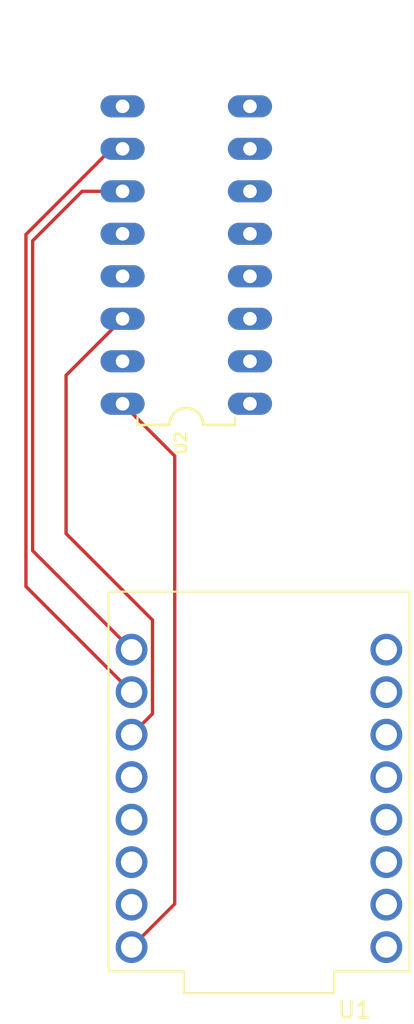
<source format=kicad_pcb>
(kicad_pcb (version 20240108) (generator "pcbnew") (generator_version "8.0")
  (layers (0 "F.Cu" signal) (31 "B.Cu" signal) (34 "B.Paste" user) (35 "F.Paste" user) (36 "B.SilkS" user "B.Silkscreen") (37 "F.SilkS" user "F.Silkscreen") (38 "B.Mask" user) (39 "F.Mask" user) (44 "Edge.Cuts" user))
  (net 0 "")
  (net 6 "GND")
  (net 7 "Net-(U1-GPIO0)")
  (net 8 "+5V")
  (net 9 "Net-(U1-GPIO1)")
  (net 13 "Net-(U1-GPIO2)")
  (footprint "footprints:DIP16-2.54-20.32X5.84MM" (layer "F.Cu") (at 85.19 84.85 90)
    (property "Reference" "U2" (at -11.240957 -0.317545 -90) (layer "F.SilkS") (effects (font (size 0.70009 0.70009))))
    (property "Value" "LOGIC-74HC595N_DIP16_")
    (property "VALUE" "74HC595N-DIP16" (hide yes))
    (fp_line (start -10.16 -2.921) (end -9.7 -2.921) (stroke (width 0.127)) (layer "F.SilkS"))
    (fp_line (start -10.16 -2.921) (end -10.16 -1.016) (stroke (width 0.1524)) (layer "F.SilkS"))
    (fp_line (start -10.16 2.921) (end -10.16 1.016) (stroke (width 0.1524)) (layer "F.SilkS"))
    (fp_line (start -10.16 2.921) (end -9.7 2.921) (stroke (width 0.127)) (layer "F.SilkS"))
    (fp_arc (start -10.16 -1.016) (mid -9.144 0) (end -10.16 1.016) (stroke (width 0.1524)) (layer "F.SilkS"))
    (pad "1" thru_hole oval (at -8.89 3.81 90) (size 1.3208 2.6416) (drill 0.8128) (layers "*.Cu" "*.Mask"))
    (pad "2" thru_hole oval (at -6.35 3.81 90) (size 1.3208 2.6416) (drill 0.8128) (layers "*.Cu" "*.Mask"))
    (pad "3" thru_hole oval (at -3.81 3.81 90) (size 1.3208 2.6416) (drill 0.8128) (layers "*.Cu" "*.Mask"))
    (pad "4" thru_hole oval (at -1.27 3.81 90) (size 1.3208 2.6416) (drill 0.8128) (layers "*.Cu" "*.Mask"))
    (pad "5" thru_hole oval (at 1.27 3.81 90) (size 1.3208 2.6416) (drill 0.8128) (layers "*.Cu" "*.Mask"))
    (pad "6" thru_hole oval (at 3.81 3.81 90) (size 1.3208 2.6416) (drill 0.8128) (layers "*.Cu" "*.Mask"))
    (pad "7" thru_hole oval (at 6.35 3.81 90) (size 1.3208 2.6416) (drill 0.8128) (layers "*.Cu" "*.Mask"))
    (pad "8" thru_hole oval (at 8.89 3.81 90) (size 1.3208 2.6416) (drill 0.8128) (layers "*.Cu" "*.Mask") (net 6 "GND"))
    (pad "9" thru_hole oval (at 8.89 -3.81 90) (size 1.3208 2.6416) (drill 0.8128) (layers "*.Cu" "*.Mask"))
    (pad "10" thru_hole oval (at 6.35 -3.81 90) (size 1.3208 2.6416) (drill 0.8128) (layers "*.Cu" "*.Mask") (net 9 "Net-(U1-GPIO1)"))
    (pad "11" thru_hole oval (at 3.81 -3.81 90) (size 1.3208 2.6416) (drill 0.8128) (layers "*.Cu" "*.Mask") (net 7 "Net-(U1-GPIO0)"))
    (pad "12" thru_hole oval (at 1.27 -3.81 90) (size 1.3208 2.6416) (drill 0.8128) (layers "*.Cu" "*.Mask"))
    (pad "13" thru_hole oval (at -1.27 -3.81 90) (size 1.3208 2.6416) (drill 0.8128) (layers "*.Cu" "*.Mask"))
    (pad "14" thru_hole oval (at -3.81 -3.81 90) (size 1.3208 2.6416) (drill 0.8128) (layers "*.Cu" "*.Mask") (net 13 "Net-(U1-GPIO2)"))
    (pad "15" thru_hole oval (at -6.35 -3.81 90) (size 1.3208 2.6416) (drill 0.8128) (layers "*.Cu" "*.Mask"))
    (pad "16" thru_hole oval (at -8.89 -3.81 90) (size 1.3208 2.6416) (drill 0.8128) (layers "*.Cu" "*.Mask") (net 8 "+5V"))
  )
  (footprint "footprints:MODULE_ESP32-C3_SUPERMINI" (layer "F.Cu") (at 89.5388 116.32 180)
    (property "Reference" "U1" (at -5.715 -13.6525 180) (layer "F.SilkS"))
    (property "Value" "ESP32-C3_SUPERMINI")
    (fp_line (start 9 11.35) (end 9 -11.35) (stroke (width 0.127)) (layer "F.SilkS"))
    (fp_line (start 9 11.35) (end -9 11.35) (stroke (width 0.127)) (layer "F.SilkS"))
    (fp_line (start 9 -11.35) (end 4.5 -11.35) (stroke (width 0.127)) (layer "F.SilkS"))
    (fp_line (start 4.5 -12.65) (end 4.5 -11.35) (stroke (width 0.127)) (layer "F.SilkS"))
    (fp_line (start 4.5 -12.65) (end -4.5 -12.65) (stroke (width 0.127)) (layer "F.SilkS"))
    (fp_line (start -4.5 -11.35) (end -9 -11.35) (stroke (width 0.127)) (layer "F.SilkS"))
    (fp_line (start -4.5 -12.65) (end -4.5 -11.35) (stroke (width 0.127)) (layer "F.SilkS"))
    (fp_line (start -9 11.35) (end -9 -11.35) (stroke (width 0.127)) (layer "F.SilkS"))
    (pad "0" thru_hole circle (at 7.62 7.88 180) (size 1.905 1.905) (drill 1.27) (layers "*.Cu" "*.Mask") (net 7 "Net-(U1-GPIO0)"))
    (pad "1" thru_hole circle (at 7.62 5.34 180) (size 1.905 1.905) (drill 1.27) (layers "*.Cu" "*.Mask") (net 9 "Net-(U1-GPIO1)"))
    (pad "2" thru_hole circle (at 7.62 2.8 180) (size 1.905 1.905) (drill 1.27) (layers "*.Cu" "*.Mask") (net 13 "Net-(U1-GPIO2)"))
    (pad "3" thru_hole circle (at 7.62 0.26 180) (size 1.905 1.905) (drill 1.27) (layers "*.Cu" "*.Mask"))
    (pad "3.3" thru_hole circle (at 7.62 -4.82 180) (size 1.905 1.905) (drill 1.27) (layers "*.Cu" "*.Mask"))
    (pad "4" thru_hole circle (at 7.62 -2.28 180) (size 1.905 1.905) (drill 1.27) (layers "*.Cu" "*.Mask"))
    (pad "5" thru_hole circle (at -7.62 -9.9 180) (size 1.905 1.905) (drill 1.27) (layers "*.Cu" "*.Mask"))
    (pad "5V" thru_hole circle (at 7.62 -9.9 180) (size 1.905 1.905) (drill 1.27) (layers "*.Cu" "*.Mask") (net 8 "+5V"))
    (pad "6" thru_hole circle (at -7.62 -7.36 180) (size 1.905 1.905) (drill 1.27) (layers "*.Cu" "*.Mask"))
    (pad "7" thru_hole circle (at -7.62 -4.82 180) (size 1.905 1.905) (drill 1.27) (layers "*.Cu" "*.Mask"))
    (pad "8" thru_hole circle (at -7.62 -2.28 180) (size 1.905 1.905) (drill 1.27) (layers "*.Cu" "*.Mask"))
    (pad "9" thru_hole circle (at -7.62 0.26 180) (size 1.905 1.905) (drill 1.27) (layers "*.Cu" "*.Mask"))
    (pad "10" thru_hole circle (at -7.62 2.8 180) (size 1.905 1.905) (drill 1.27) (layers "*.Cu" "*.Mask"))
    (pad "20" thru_hole circle (at -7.62 5.34 180) (size 1.905 1.905) (drill 1.27) (layers "*.Cu" "*.Mask"))
    (pad "21" thru_hole circle (at -7.62 7.88 180) (size 1.905 1.905) (drill 1.27) (layers "*.Cu" "*.Mask"))
    (pad "G" thru_hole circle (at 7.62 -7.36 180) (size 1.905 1.905) (drill 1.27) (layers "*.Cu" "*.Mask") (net 6 "GND"))
  )
  (segment (start 76 102.5212) (end 76 84) (width 0.2) (layer "F.Cu") (net 7))
  (segment (start 81.9188 108.44) (end 76 102.5212) (width 0.2) (layer "F.Cu") (net 7))
  (segment (start 78.96 81.04) (end 81.38 81.04) (width 0.2) (layer "F.Cu") (net 7))
  (segment (start 76 84) (end 78.96 81.04) (width 0.2) (layer "F.Cu") (net 7))
  (segment (start 84.5 123.6388) (end 81.9188 126.22) (width 0.2) (layer "F.Cu") (net 8))
  (segment (start 81.38 93.74) (end 84.5 96.86) (width 0.2) (layer "F.Cu") (net 8))
  (segment (start 84.5 96.86) (end 84.5 123.6388) (width 0.2) (layer "F.Cu") (net 8))
  (segment (start 75.6 104.6612) (end 75.6 83.6196) (width 0.2) (layer "F.Cu") (net 9))
  (segment (start 81.9188 110.98) (end 75.6 104.6612) (width 0.2) (layer "F.Cu") (net 9))
  (segment (start 75.6 83.6196) (end 80.7196 78.5) (width 0.2) (layer "F.Cu") (net 9))
  (segment (start 80.7196 78.5) (end 81.38 78.5) (width 0.2) (layer "F.Cu") (net 9))
  (segment (start 78 101.5) (end 78 92.04) (width 0.2) (layer "F.Cu") (net 13))
  (segment (start 78 92.04) (end 81.38 88.66) (width 0.2) (layer "F.Cu") (net 13))
  (segment (start 81.9188 113.52) (end 83.1713 112.2675) (width 0.2) (layer "F.Cu") (net 13))
  (segment (start 83.1713 106.6713) (end 78 101.5) (width 0.2) (layer "F.Cu") (net 13))
  (segment (start 83.1713 112.2675) (end 83.1713 106.6713) (width 0.2) (layer "F.Cu") (net 13))
)
</source>
